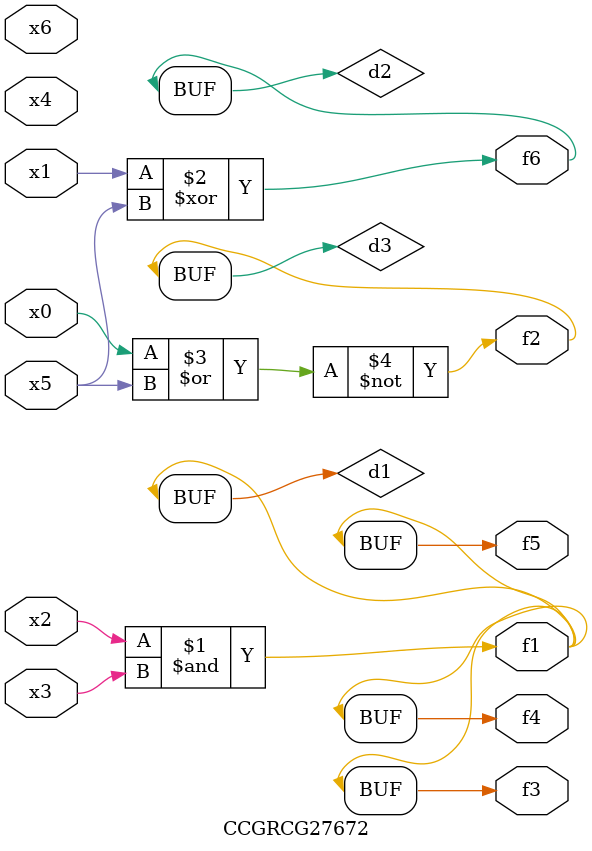
<source format=v>
module CCGRCG27672(
	input x0, x1, x2, x3, x4, x5, x6,
	output f1, f2, f3, f4, f5, f6
);

	wire d1, d2, d3;

	and (d1, x2, x3);
	xor (d2, x1, x5);
	nor (d3, x0, x5);
	assign f1 = d1;
	assign f2 = d3;
	assign f3 = d1;
	assign f4 = d1;
	assign f5 = d1;
	assign f6 = d2;
endmodule

</source>
